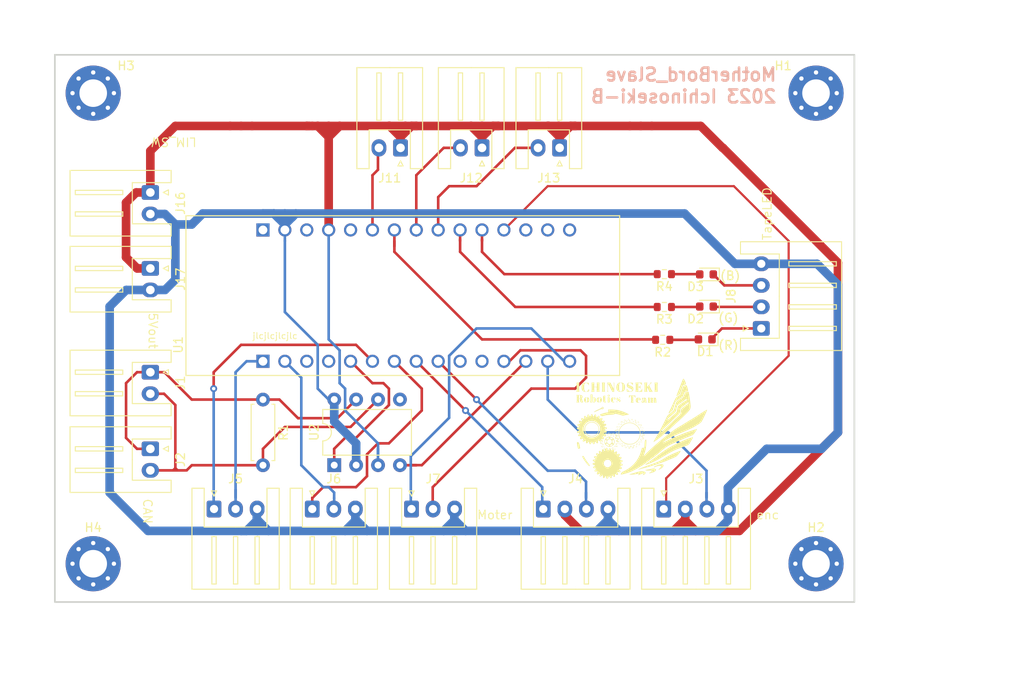
<source format=kicad_pcb>
(kicad_pcb (version 20221018) (generator pcbnew)
  (layers (0 "F.Cu" signal) (31 "B.Cu" signal) (34 "B.Paste" user) (35 "F.Paste" user) (36 "B.SilkS" user "B.Silkscreen") (37 "F.SilkS" user "F.Silkscreen") (38 "B.Mask" user) (39 "F.Mask" user) (44 "Edge.Cuts" user))
  (net 0 "")
  (net 1 "PWM_1")
  (net 2 "PWM_2")
  (net 3 "CAN_td")
  (net 4 "Dir_1")
  (net 5 "Dir_2")
  (net 6 "enc_1_a")
  (net 7 "enc_1_b")
  (net 8 "enc_2_a")
  (net 9 "PWM_3")
  (net 10 "CAN_rd")
  (net 11 "enc_2_b")
  (net 12 "Dir_3")
  (net 13 "LED_B")
  (net 14 "LED_G")
  (net 15 "LIM_SW5")
  (net 16 "LIM_SW4")
  (net 17 "LED_R")
  (net 18 "LIM_SW3")
  (net 19 "+5V")
  (net 20 "GND")
  (net 22 "Net-(J1-Pin_2)")
  (net 23 "Net-(J1-Pin_1)")
  (net 24 "Net-(D1-K)")
  (net 25 "Net-(D1-A)")
  (net 26 "Net-(D2-K)")
  (net 27 "Net-(D2-A)")
  (net 28 "Net-(D3-K)")
  (net 29 "Net-(D3-A)")
  (footprint "MountingHole:MountingHole_3.2mm_M3_Pad_Via" (layer "F.Cu") (at 111.125 65.405)
    (fp_text reference "H3" (at 3.81 -3.175) (layer "F.SilkS"))
    (fp_text value "MountingHole")
    (pad "1" thru_hole circle (at -2.4 0) (size 0.8 0.8) (drill 0.5) (layers "*.Cu" "*.Mask"))
    (pad "1" thru_hole circle (at -1.697056 -1.697056) (size 0.8 0.8) (drill 0.5) (layers "*.Cu" "*.Mask"))
    (pad "1" thru_hole circle (at -1.697056 1.697056) (size 0.8 0.8) (drill 0.5) (layers "*.Cu" "*.Mask"))
    (pad "1" thru_hole circle (at 0 -2.4) (size 0.8 0.8) (drill 0.5) (layers "*.Cu" "*.Mask"))
    (pad "1" thru_hole circle (at 0 0) (size 6.4 6.4) (drill 3.2) (layers "*.Cu" "*.Mask"))
    (pad "1" thru_hole circle (at 0 2.4) (size 0.8 0.8) (drill 0.5) (layers "*.Cu" "*.Mask"))
    (pad "1" thru_hole circle (at 1.697056 -1.697056) (size 0.8 0.8) (drill 0.5) (layers "*.Cu" "*.Mask"))
    (pad "1" thru_hole circle (at 1.697056 1.697056) (size 0.8 0.8) (drill 0.5) (layers "*.Cu" "*.Mask"))
    (pad "1" thru_hole circle (at 2.4 0) (size 0.8 0.8) (drill 0.5) (layers "*.Cu" "*.Mask"))
  )
  (footprint "MyFootprint:MODULE_NUCLEO-L432KC" (layer "F.Cu") (at 147.025 88.9 90)
    (fp_text reference "U1" (at -5.715 -26.035 90) (layer "F.SilkS"))
    (fp_text value "mbed_Nucleo-L432KC")
    (pad "1" thru_hole rect (at -7.62 -16.215 90) (size 1.53 1.53) (drill 1.02) (layers "*.Cu" "*.Mask") (net 1 "PWM_1"))
    (pad "2" thru_hole circle (at -7.62 -13.675 90) (size 1.53 1.53) (drill 1.02) (layers "*.Cu" "*.Mask") (net 2 "PWM_2"))
    (pad "3" thru_hole circle (at -7.62 -11.135 90) (size 1.53 1.53) (drill 1.02) (layers "*.Cu" "*.Mask"))
    (pad "4" thru_hole circle (at -7.62 -8.595 90) (size 1.53 1.53) (drill 1.02) (layers "*.Cu" "*.Mask"))
    (pad "5" thru_hole circle (at -7.62 -6.055 90) (size 1.53 1.53) (drill 1.02) (layers "*.Cu" "*.Mask") (net 3 "CAN_td"))
    (pad "6" thru_hole circle (at -7.62 -3.515 90) (size 1.53 1.53) (drill 1.02) (layers "*.Cu" "*.Mask") (net 4 "Dir_1"))
    (pad "7" thru_hole circle (at -7.62 -0.975 90) (size 1.53 1.53) (drill 1.02) (layers "*.Cu" "*.Mask") (net 5 "Dir_2"))
    (pad "8" thru_hole circle (at -7.62 1.565 90) (size 1.53 1.53) (drill 1.02) (layers "*.Cu" "*.Mask") (net 6 "enc_1_a"))
    (pad "9" thru_hole circle (at -7.62 4.105 90) (size 1.53 1.53) (drill 1.02) (layers "*.Cu" "*.Mask") (net 7 "enc_1_b"))
    (pad "10" thru_hole circle (at -7.62 6.645 90) (size 1.53 1.53) (drill 1.02) (layers "*.Cu" "*.Mask"))
    (pad "11" thru_hole circle (at -7.62 9.185 90) (size 1.53 1.53) (drill 1.02) (layers "*.Cu" "*.Mask"))
    (pad "12" thru_hole circle (at -7.62 11.725 90) (size 1.53 1.53) (drill 1.02) (layers "*.Cu" "*.Mask") (net 9 "PWM_3"))
    (pad "13" thru_hole circle (at -7.62 14.265 90) (size 1.53 1.53) (drill 1.02) (layers "*.Cu" "*.Mask") (net 10 "CAN_rd"))
    (pad "14" thru_hole circle (at -7.62 16.805 90) (size 1.53 1.53) (drill 1.02) (layers "*.Cu" "*.Mask") (net 11 "enc_2_b"))
    (pad "15" thru_hole circle (at -7.62 19.345 90) (size 1.53 1.53) (drill 1.02) (layers "*.Cu" "*.Mask") (net 12 "Dir_3"))
    (pad "16" thru_hole circle (at 7.62 19.345 90) (size 1.53 1.53) (drill 1.02) (layers "*.Cu" "*.Mask"))
    (pad "17" thru_hole circle (at 7.62 16.805 90) (size 1.53 1.53) (drill 1.02) (layers "*.Cu" "*.Mask"))
    (pad "18" thru_hole circle (at 7.62 14.265 90) (size 1.53 1.53) (drill 1.02) (layers "*.Cu" "*.Mask"))
    (pad "19" thru_hole circle (at 7.62 11.725 90) (size 1.53 1.53) (drill 1.02) (layers "*.Cu" "*.Mask") (net 8 "enc_2_a"))
    (pad "20" thru_hole circle (at 7.62 9.185 90) (size 1.53 1.53) (drill 1.02) (layers "*.Cu" "*.Mask") (net 13 "LED_B"))
    (pad "21" thru_hole circle (at 7.62 6.645 90) (size 1.53 1.53) (drill 1.02) (layers "*.Cu" "*.Mask") (net 14 "LED_G"))
    (pad "22" thru_hole circle (at 7.62 4.105 90) (size 1.53 1.53) (drill 1.02) (layers "*.Cu" "*.Mask") (net 15 "LIM_SW5"))
    (pad "23" thru_hole circle (at 7.62 1.565 90) (size 1.53 1.53) (drill 1.02) (layers "*.Cu" "*.Mask") (net 16 "LIM_SW4"))
    (pad "24" thru_hole circle (at 7.62 -0.975 90) (size 1.53 1.53) (drill 1.02) (layers "*.Cu" "*.Mask") (net 17 "LED_R"))
    (pad "25" thru_hole circle (at 7.62 -3.515 90) (size 1.53 1.53) (drill 1.02) (layers "*.Cu" "*.Mask") (net 18 "LIM_SW3"))
    (pad "26" thru_hole circle (at 7.62 -6.055 90) (size 1.53 1.53) (drill 1.02) (layers "*.Cu" "*.Mask"))
    (pad "27" thru_hole circle (at 7.62 -8.595 90) (size 1.53 1.53) (drill 1.02) (layers "*.Cu" "*.Mask") (net 19 "+5V"))
    (pad "28" thru_hole circle (at 7.62 -11.135 90) (size 1.53 1.53) (drill 1.02) (layers "*.Cu" "*.Mask"))
    (pad "29" thru_hole circle (at 7.62 -13.675 90) (size 1.53 1.53) (drill 1.02) (layers "*.Cu" "*.Mask") (net 20 "GND"))
    (pad "30" thru_hole rect (at 7.62 -16.215 90) (size 1.53 1.53) (drill 1.02) (layers "*.Cu" "*.Mask"))
  )
  (footprint "Resistor_SMD:R_0603_1608Metric" (layer "F.Cu") (at 177.355 86.41 180)
    (fp_text reference "R4" (at 0 -1.43) (layer "F.SilkS"))
    (fp_text value "R")
    (pad "1" smd roundrect (at -0.825 0 180) (size 0.8 0.95) (layers "F.Cu" "F.Paste" "F.Mask") (net 29 "Net-(D3-A)"))
    (pad "2" smd roundrect (at 0.825 0 180) (size 0.8 0.95) (layers "F.Cu" "F.Paste" "F.Mask") (net 13 "LED_B"))
  )
  (footprint "Connector_JST:JST_XH_S2B-XH-A_1x02_P2.50mm_Horizontal" (layer "F.Cu") (at 117.75 97.79 -90)
    (fp_text reference "J1" (at 1.25 -3.5 90) (layer "F.SilkS"))
    (fp_text value "Conn_01x02_Pin")
    (pad "1" thru_hole roundrect (at 0 0 270) (size 1.7 2) (drill 1) (layers "*.Cu" "*.Mask") (roundrect_rratio 0.1470588235) (net 23 "Net-(J1-Pin_1)"))
    (pad "2" thru_hole oval (at 2.5 0 270) (size 1.7 2) (drill 1) (layers "*.Cu" "*.Mask") (net 22 "Net-(J1-Pin_2)"))
  )
  (footprint "Connector_JST:JST_XH_S4B-XH-A_1x04_P2.50mm_Horizontal" (layer "F.Cu") (at 177.285 113.665)
    (fp_text reference "J3" (at 3.75 -3.5) (layer "F.SilkS"))
    (fp_text value "Conn_01x04_Pin")
    (pad "1" thru_hole roundrect (at 0 0) (size 1.7 1.95) (drill 0.95) (layers "*.Cu" "*.Mask") (roundrect_rratio 0.1470588235) (net 8 "enc_2_a"))
    (pad "2" thru_hole oval (at 2.5 0) (size 1.7 1.95) (drill 0.95) (layers "*.Cu" "*.Mask") (net 19 "+5V"))
    (pad "3" thru_hole oval (at 5 0) (size 1.7 1.95) (drill 0.95) (layers "*.Cu" "*.Mask") (net 11 "enc_2_b"))
    (pad "4" thru_hole oval (at 7.5 0) (size 1.7 1.95) (drill 0.95) (layers "*.Cu" "*.Mask") (net 20 "GND"))
  )
  (footprint "Connector_JST:JST_XH_S2B-XH-A_1x02_P2.50mm_Horizontal" (layer "F.Cu") (at 117.75 85.745 -90)
    (fp_text reference "J17" (at 1.25 -3.5 90) (layer "F.SilkS"))
    (fp_text value "Conn_01x02_Pin")
    (pad "1" thru_hole roundrect (at 0 0 270) (size 1.7 2) (drill 1) (layers "*.Cu" "*.Mask") (roundrect_rratio 0.1470588235) (net 19 "+5V"))
    (pad "2" thru_hole oval (at 2.5 0 270) (size 1.7 2) (drill 1) (layers "*.Cu" "*.Mask") (net 20 "GND"))
  )
  (footprint "Connector_JST:JST_XH_S3B-XH-A_1x03_P2.50mm_Horizontal" (layer "F.Cu") (at 136.525 113.665)
    (fp_text reference "J6" (at 2.5 -3.5) (layer "F.SilkS"))
    (fp_text value "Conn_01x03_Pin")
    (pad "1" thru_hole roundrect (at 0 0) (size 1.7 1.95) (drill 0.95) (layers "*.Cu" "*.Mask") (roundrect_rratio 0.1470588235) (net 5 "Dir_2"))
    (pad "2" thru_hole oval (at 2.5 0) (size 1.7 1.95) (drill 0.95) (layers "*.Cu" "*.Mask") (net 2 "PWM_2"))
    (pad "3" thru_hole oval (at 5 0) (size 1.7 1.95) (drill 0.95) (layers "*.Cu" "*.Mask") (net 20 "GND"))
  )
  (footprint "Package_DIP:DIP-8_W7.62mm" (layer "F.Cu") (at 139.075 108.575 90)
    (fp_text reference "U2" (at 3.81 -2.33 90) (layer "F.SilkS"))
    (fp_text value "MCP2561-E-P")
    (pad "1" thru_hole rect (at 0 0 90) (size 1.6 1.6) (drill 0.8) (layers "*.Cu" "*.Mask") (net 3 "CAN_td"))
    (pad "2" thru_hole oval (at 0 2.54 90) (size 1.6 1.6) (drill 0.8) (layers "*.Cu" "*.Mask") (net 20 "GND"))
    (pad "3" thru_hole oval (at 0 5.08 90) (size 1.6 1.6) (drill 0.8) (layers "*.Cu" "*.Mask") (net 19 "+5V"))
    (pad "4" thru_hole oval (at 0 7.62 90) (size 1.6 1.6) (drill 0.8) (layers "*.Cu" "*.Mask") (net 10 "CAN_rd"))
    (pad "5" thru_hole oval (at 7.62 7.62 90) (size 1.6 1.6) (drill 0.8) (layers "*.Cu" "*.Mask"))
    (pad "6" thru_hole oval (at 7.62 5.08 90) (size 1.6 1.6) (drill 0.8) (layers "*.Cu" "*.Mask") (net 22 "Net-(J1-Pin_2)"))
    (pad "7" thru_hole oval (at 7.62 2.54 90) (size 1.6 1.6) (drill 0.8) (layers "*.Cu" "*.Mask") (net 23 "Net-(J1-Pin_1)"))
    (pad "8" thru_hole oval (at 7.62 0 90) (size 1.6 1.6) (drill 0.8) (layers "*.Cu" "*.Mask") (net 20 "GND"))
  )
  (footprint "MyFootprint:INCT" (layer "F.Cu") (at 173.99 103.505)
    (fp_text reference "J8" hide)
    (fp_text value "Logo" hide)
  )
  (footprint "Connector_JST:JST_XH_S2B-XH-A_1x02_P2.50mm_Horizontal" (layer "F.Cu") (at 117.75 76.93 -90)
    (fp_text reference "J16" (at 1.25 -3.5 90) (layer "F.SilkS"))
    (fp_text value "Conn_01x02_Pin")
    (pad "1" thru_hole roundrect (at 0 0 270) (size 1.7 2) (drill 1) (layers "*.Cu" "*.Mask") (roundrect_rratio 0.1470588235) (net 19 "+5V"))
    (pad "2" thru_hole oval (at 2.5 0 270) (size 1.7 2) (drill 1) (layers "*.Cu" "*.Mask") (net 20 "GND"))
  )
  (footprint "LED_SMD:LED_0603_1608Metric" (layer "F.Cu") (at 182.0925 93.98 180)
    (fp_text reference "D1" (at 0 -1.43) (layer "F.SilkS"))
    (fp_text value "LED")
    (pad "1" smd roundrect (at -0.7875 0 180) (size 0.875 0.95) (layers "F.Cu" "F.Paste" "F.Mask") (net 24 "Net-(D1-K)"))
    (pad "2" smd roundrect (at 0.7875 0 180) (size 0.875 0.95) (layers "F.Cu" "F.Paste" "F.Mask") (net 25 "Net-(D1-A)"))
  )
  (footprint "Connector_JST:JST_XH_S3B-XH-A_1x03_P2.50mm_Horizontal" (layer "F.Cu") (at 125.135 113.665)
    (fp_text reference "J5" (at 2.5 -3.5) (layer "F.SilkS"))
    (fp_text value "Conn_01x03_Pin")
    (pad "1" thru_hole roundrect (at 0 0) (size 1.7 1.95) (drill 0.95) (layers "*.Cu" "*.Mask") (roundrect_rratio 0.1470588235) (net 4 "Dir_1"))
    (pad "2" thru_hole oval (at 2.5 0) (size 1.7 1.95) (drill 0.95) (layers "*.Cu" "*.Mask") (net 1 "PWM_1"))
    (pad "3" thru_hole oval (at 5 0) (size 1.7 1.95) (drill 0.95) (layers "*.Cu" "*.Mask") (net 20 "GND"))
  )
  (footprint "LED_SMD:LED_0603_1608Metric" (layer "F.Cu") (at 182.245 86.44 180)
    (fp_text reference "D3" (at 1.27 -1.43) (layer "F.SilkS"))
    (fp_text value "LED")
    (pad "1" smd roundrect (at -0.7875 0 180) (size 0.875 0.95) (layers "F.Cu" "F.Paste" "F.Mask") (net 28 "Net-(D3-K)"))
    (pad "2" smd roundrect (at 0.7875 0 180) (size 0.875 0.95) (layers "F.Cu" "F.Paste" "F.Mask") (net 29 "Net-(D3-A)"))
  )
  (footprint "Connector_JST:JST_XH_S2B-XH-A_1x02_P2.50mm_Horizontal" (layer "F.Cu") (at 156.21 71.755 180)
    (fp_text reference "J12" (at 1.25 -3.5) (layer "F.SilkS"))
    (fp_text value "Conn_01x02_Pin")
    (pad "1" thru_hole roundrect (at 0 0 180) (size 1.7 2) (drill 1) (layers "*.Cu" "*.Mask") (roundrect_rratio 0.1470588235) (net 19 "+5V"))
    (pad "2" thru_hole oval (at 2.5 0 180) (size 1.7 2) (drill 1) (layers "*.Cu" "*.Mask") (net 16 "LIM_SW4"))
  )
  (footprint "MountingHole:MountingHole_3.2mm_M3_Pad_Via" (layer "F.Cu") (at 194.945 65.405)
    (fp_text reference "H1" (at -3.81 -3.175) (layer "F.SilkS"))
    (fp_text value "MountingHole")
    (pad "1" thru_hole circle (at -2.4 0) (size 0.8 0.8) (drill 0.5) (layers "*.Cu" "*.Mask"))
    (pad "1" thru_hole circle (at -1.697056 -1.697056) (size 0.8 0.8) (drill 0.5) (layers "*.Cu" "*.Mask"))
    (pad "1" thru_hole circle (at -1.697056 1.697056) (size 0.8 0.8) (drill 0.5) (layers "*.Cu" "*.Mask"))
    (pad "1" thru_hole circle (at 0 -2.4) (size 0.8 0.8) (drill 0.5) (layers "*.Cu" "*.Mask"))
    (pad "1" thru_hole circle (at 0 0) (size 6.4 6.4) (drill 3.2) (layers "*.Cu" "*.Mask"))
    (pad "1" thru_hole circle (at 0 2.4) (size 0.8 0.8) (drill 0.5) (layers "*.Cu" "*.Mask"))
    (pad "1" thru_hole circle (at 1.697056 -1.697056) (size 0.8 0.8) (drill 0.5) (layers "*.Cu" "*.Mask"))
    (pad "1" thru_hole circle (at 1.697056 1.697056) (size 0.8 0.8) (drill 0.5) (layers "*.Cu" "*.Mask"))
    (pad "1" thru_hole circle (at 2.4 0) (size 0.8 0.8) (drill 0.5) (layers "*.Cu" "*.Mask"))
  )
  (footprint "MountingHole:MountingHole_3.2mm_M3_Pad_Via" (layer "F.Cu") (at 111.125 120.015)
    (fp_text reference "H4" (at 0 -4.2) (layer "F.SilkS"))
    (fp_text value "MountingHole")
    (pad "1" thru_hole circle (at -2.4 0) (size 0.8 0.8) (drill 0.5) (layers "*.Cu" "*.Mask"))
    (pad "1" thru_hole circle (at -1.697056 -1.697056) (size 0.8 0.8) (drill 0.5) (layers "*.Cu" "*.Mask"))
    (pad "1" thru_hole circle (at -1.697056 1.697056) (size 0.8 0.8) (drill 0.5) (layers "*.Cu" "*.Mask"))
    (pad "1" thru_hole circle (at 0 -2.4) (size 0.8 0.8) (drill 0.5) (layers "*.Cu" "*.Mask"))
    (pad "1" thru_hole circle (at 0 0) (size 6.4 6.4) (drill 3.2) (layers "*.Cu" "*.Mask"))
    (pad "1" thru_hole circle (at 0 2.4) (size 0.8 0.8) (drill 0.5) (layers "*.Cu" "*.Mask"))
    (pad "1" thru_hole circle (at 1.697056 -1.697056) (size 0.8 0.8) (drill 0.5) (layers "*.Cu" "*.Mask"))
    (pad "1" thru_hole circle (at 1.697056 1.697056) (size 0.8 0.8) (drill 0.5) (layers "*.Cu" "*.Mask"))
    (pad "1" thru_hole circle (at 2.4 0) (size 0.8 0.8) (drill 0.5) (layers "*.Cu" "*.Mask"))
  )
  (footprint "Connector_JST:JST_XH_S2B-XH-A_1x02_P2.50mm_Horizontal" (layer "F.Cu") (at 165.21 71.755 180)
    (fp_text reference "J13" (at 1.25 -3.5) (layer "F.SilkS"))
    (fp_text value "Conn_01x02_Pin")
    (pad "1" thru_hole roundrect (at 0 0 180) (size 1.7 2) (drill 1) (layers "*.Cu" "*.Mask") (roundrect_rratio 0.1470588235) (net 19 "+5V"))
    (pad "2" thru_hole oval (at 2.5 0 180) (size 1.7 2) (drill 1) (layers "*.Cu" "*.Mask") (net 15 "LIM_SW5"))
  )
  (footprint "Resistor_THT:R_Axial_DIN0207_L6.3mm_D2.5mm_P7.62mm_Horizontal" (layer "F.Cu") (at 130.81 100.965 -90)
    (fp_text reference "R1" (at 3.81 -2.37 90) (layer "F.SilkS"))
    (fp_text value "R")
    (pad "1" thru_hole circle (at 0 0 270) (size 1.6 1.6) (drill 0.8) (layers "*.Cu" "*.Mask") (net 23 "Net-(J1-Pin_1)"))
    (pad "2" thru_hole oval (at 7.62 0 270) (size 1.6 1.6) (drill 0.8) (layers "*.Cu" "*.Mask") (net 22 "Net-(J1-Pin_2)"))
  )
  (footprint "Resistor_SMD:R_0603_1608Metric" (layer "F.Cu") (at 177.355 90.22 180)
    (fp_text reference "R3" (at 0 -1.43) (layer "F.SilkS"))
    (fp_text value "R")
    (pad "1" smd roundrect (at -0.825 0 180) (size 0.8 0.95) (layers "F.Cu" "F.Paste" "F.Mask") (net 27 "Net-(D2-A)"))
    (pad "2" smd roundrect (at 0.825 0 180) (size 0.8 0.95) (layers "F.Cu" "F.Paste" "F.Mask") (net 14 "LED_G"))
  )
  (footprint "LED_SMD:LED_0603_1608Metric" (layer "F.Cu") (at 182.245 90.17 180)
    (fp_text reference "D2" (at 1.27 -1.43) (layer "F.SilkS"))
    (fp_text value "LED")
    (pad "1" smd roundrect (at -0.7875 0 180) (size 0.875 0.95) (layers "F.Cu" "F.Paste" "F.Mask") (net 26 "Net-(D2-K)"))
    (pad "2" smd roundrect (at 0.7875 0 180) (size 0.875 0.95) (layers "F.Cu" "F.Paste" "F.Mask") (net 27 "Net-(D2-A)"))
  )
  (footprint "Connector_JST:JST_XH_S4B-XH-A_1x04_P2.50mm_Horizontal" (layer "F.Cu") (at 188.595 92.71 90)
    (fp_text reference "J8" (at 3.75 -3.5 90) (layer "F.SilkS"))
    (fp_text value "Conn_01x04_Pin")
    (pad "1" thru_hole roundrect (at 0 0 90) (size 1.7 1.95) (drill 0.95) (layers "*.Cu" "*.Mask") (roundrect_rratio 0.1470588235) (net 24 "Net-(D1-K)"))
    (pad "2" thru_hole oval (at 2.5 0 90) (size 1.7 1.95) (drill 0.95) (layers "*.Cu" "*.Mask") (net 26 "Net-(D2-K)"))
    (pad "3" thru_hole oval (at 5 0 90) (size 1.7 1.95) (drill 0.95) (layers "*.Cu" "*.Mask") (net 28 "Net-(D3-K)"))
    (pad "4" thru_hole oval (at 7.5 0 90) (size 1.7 1.95) (drill 0.95) (layers "*.Cu" "*.Mask") (net 20 "GND"))
  )
  (footprint "MountingHole:MountingHole_3.2mm_M3_Pad_Via" (layer "F.Cu") (at 194.945 120.015)
    (fp_text reference "H2" (at 0 -4.2) (layer "F.SilkS"))
    (fp_text value "MountingHole")
    (pad "1" thru_hole circle (at -2.4 0) (size 0.8 0.8) (drill 0.5) (layers "*.Cu" "*.Mask"))
    (pad "1" thru_hole circle (at -1.697056 -1.697056) (size 0.8 0.8) (drill 0.5) (layers "*.Cu" "*.Mask"))
    (pad "1" thru_hole circle (at -1.697056 1.697056) (size 0.8 0.8) (drill 0.5) (layers "*.Cu" "*.Mask"))
    (pad "1" thru_hole circle (at 0 -2.4) (size 0.8 0.8) (drill 0.5) (layers "*.Cu" "*.Mask"))
    (pad "1" thru_hole circle (at 0 0) (size 6.4 6.4) (drill 3.2) (layers "*.Cu" "*.Mask"))
    (pad "1" thru_hole circle (at 0 2.4) (size 0.8 0.8) (drill 0.5) (layers "*.Cu" "*.Mask"))
    (pad "1" thru_hole circle (at 1.697056 -1.697056) (size 0.8 0.8) (drill 0.5) (layers "*.Cu" "*.Mask"))
    (pad "1" thru_hole circle (at 1.697056 1.697056) (size 0.8 0.8) (drill 0.5) (layers "*.Cu" "*.Mask"))
    (pad "1" thru_hole circle (at 2.4 0) (size 0.8 0.8) (drill 0.5) (layers "*.Cu" "*.Mask"))
  )
  (footprint "Connector_JST:JST_XH_S4B-XH-A_1x04_P2.50mm_Horizontal" (layer "F.Cu") (at 163.315 113.665)
    (fp_text reference "J4" (at 3.75 -3.5) (layer "F.SilkS"))
    (fp_text value "Conn_01x04_Pin")
    (pad "1" thru_hole roundrect (at 0 0) (size 1.7 1.95) (drill 0.95) (layers "*.Cu" "*.Mask") (roundrect_rratio 0.1470588235) (net 6 "enc_1_a"))
    (pad "2" thru_hole oval (at 2.5 0) (size 1.7 1.95) (drill 0.95) (layers "*.Cu" "*.Mask") (net 19 "+5V"))
    (pad "3" thru_hole oval (at 5 0) (size 1.7 1.95) (drill 0.95) (layers "*.Cu" "*.Mask") (net 7 "enc_1_b"))
    (pad "4" thru_hole oval (at 7.5 0) (size 1.7 1.95) (drill 0.95) (layers "*.Cu" "*.Mask") (net 20 "GND"))
  )
  (footprint "Connector_JST:JST_XH_S2B-XH-A_1x02_P2.50mm_Horizontal" (layer "F.Cu") (at 146.76 71.755 180)
    (fp_text reference "J11" (at 1.25 -3.5) (layer "F.SilkS"))
    (fp_text value "Conn_01x02_Pin")
    (pad "1" thru_hole roundrect (at 0 0 180) (size 1.7 2) (drill 1) (layers "*.Cu" "*.Mask") (roundrect_rratio 0.1470588235) (net 19 "+5V"))
    (pad "2" thru_hole oval (at 2.5 0 180) (size 1.7 2) (drill 1) (layers "*.Cu" "*.Mask") (net 18 "LIM_SW3"))
  )
  (footprint "Resistor_SMD:R_0603_1608Metric" (layer "F.Cu") (at 177.165 94.03 180)
    (fp_text reference "R2" (at 0 -1.43) (layer "F.SilkS"))
    (fp_text value "R")
    (pad "1" smd roundrect (at -0.825 0 180) (size 0.8 0.95) (layers "F.Cu" "F.Paste" "F.Mask") (net 25 "Net-(D1-A)"))
    (pad "2" smd roundrect (at 0.825 0 180) (size 0.8 0.95) (layers "F.Cu" "F.Paste" "F.Mask") (net 17 "LED_R"))
  )
  (footprint "Connector_JST:JST_XH_S3B-XH-A_1x03_P2.50mm_Horizontal" (layer "F.Cu") (at 148.035 113.665)
    (fp_text reference "J7" (at 2.5 -3.5) (layer "F.SilkS"))
    (fp_text value "Conn_01x03_Pin")
    (pad "1" thru_hole roundrect (at 0 0) (size 1.7 1.95) (drill 0.95) (layers "*.Cu" "*.Mask") (roundrect_rratio 0.1470588235) (net 12 "Dir_3"))
    (pad "2" thru_hole oval (at 2.5 0) (size 1.7 1.95) (drill 0.95) (layers "*.Cu" "*.Mask") (net 9 "PWM_3"))
    (pad "3" thru_hole oval (at 5 0) (size 1.7 1.95) (drill 0.95) (layers "*.Cu" "*.Mask") (net 20 "GND"))
  )
  (footprint "Connector_JST:JST_XH_S2B-XH-A_1x02_P2.50mm_Horizontal" (layer "F.Cu") (at 117.75 106.68 -90)
    (fp_text reference "J2" (at 1.25 -3.5 90) (layer "F.SilkS"))
    (fp_text value "Conn_01x02_Pin")
    (pad "1" thru_hole roundrect (at 0 0 270) (size 1.7 2) (drill 1) (layers "*.Cu" "*.Mask") (roundrect_rratio 0.1470588235) (net 23 "Net-(J1-Pin_1)"))
    (pad "2" thru_hole oval (at 2.5 0 270) (size 1.7 2) (drill 1) (layers "*.Cu" "*.Mask") (net 22 "Net-(J1-Pin_2)"))
  )
  (gr_rect (start 106.68 60.96) (end 199.39 124.46) (stroke (width 0.2)) (fill none) (layer "Edge.Cuts"))
  (gr_text "MotherBord_Slave" (at 190.5 64.135) (layer "B.SilkS") (effects (font (size 1.5 1.5) (thickness 0.3) bold) (justify left bottom mirror)))
  (gr_text "2023 Ichinoseki-B" (at 190.5 66.675) (layer "B.SilkS") (effects (font (size 1.5 1.5) (thickness 0.3) bold) (justify left bottom mirror)))
  (gr_text "(G)" (at 183.515 92.075) (layer "F.SilkS") (effects (font (size 1 1)) (justify left bottom)))
  (gr_text "TapeLED" (at 189.865 82.55 90) (layer "F.SilkS") (effects (font (size 1 1) (thickness 0.125)) (justify left bottom)))
  (gr_text "Moter" (at 155.575 114.935) (layer "F.SilkS") (effects (font (size 1 1) (thickness 0.125)) (justify left bottom)))
  (gr_text "enc" (at 187.96 114.935) (layer "F.SilkS") (effects (font (size 1 1) (thickness 0.125)) (justify left bottom)))
  (gr_text "(R)" (at 183.515 95.25) (layer "F.SilkS") (effects (font (size 1 1)) (justify left bottom)))
  (gr_text "jlcjlcjlcjlc" (at 129.54 93.98) (layer "F.SilkS") (effects (font (size 0.7 0.7) (thickness 0.1)) (justify left bottom)))
  (gr_text "5Vout" (at 117.475 90.805 270) (layer "F.SilkS") (effects (font (size 1 1) (thickness 0.125)) (justify left bottom)))
  (gr_text "LIM_SW" (at 123.19 70.485 180) (layer "F.SilkS") (effects (font (size 1 1) (thickness 0.125)) (justify left bottom)))
  (gr_text "CAN" (at 116.84 112.395 270) (layer "F.SilkS") (effects (font (size 1 1) (thickness 0.125)) (justify left bottom)))
  (gr_text "(B)" (at 183.73 87.175) (layer "F.SilkS") (effects (font (size 1 1)) (justify left bottom)))
  (segment (start 127.635 97.79) (end 127.635 112.34) (width 0.3) (layer "B.Cu") (net 1))
  (segment (start 130.81 96.52) (end 128.905 96.52) (width 0.3) (layer "B.Cu") (net 1))
  (segment (start 128.905 96.52) (end 127.635 97.79) (width 0.3) (layer "B.Cu") (net 1))
  (segment (start 127.635 111.4425) (end 127.635 113.3475) (width 0.3) (layer "B.Cu") (net 1))
  (segment (start 135.255 108.585) (end 137.795 111.125) (width 0.3) (layer "B.Cu") (net 2))
  (segment (start 139.065 112.395) (end 139.065 113.03) (width 0.3) (layer "B.Cu") (net 2))
  (segment (start 133.35 96.52) (end 135.255 98.425) (width 0.3) (layer "B.Cu") (net 2))
  (segment (start 138.43 111.125) (end 139.065 111.76) (width 0.3) (layer "B.Cu") (net 2))
  (segment (start 139.065 111.76) (end 139.065 112.395) (width 0.3) (layer "B.Cu") (net 2))
  (segment (start 137.795 111.125) (end 138.43 111.125) (width 0.3) (layer "B.Cu") (net 2))
  (segment (start 135.255 98.425) (end 135.255 108.585) (width 0.3) (layer "B.Cu") (net 2))
  (segment (start 140.97 96.52) (end 143.51 99.06) (width 0.3) (layer "F.Cu") (net 3))
  (segment (start 139.075 107.325) (end 139.075 108.575) (width 0.3) (layer "F.Cu") (net 3))
  (segment (start 141.605 105.41) (end 140.335 105.41) (width 0.3) (layer "F.Cu") (net 3))
  (segment (start 145.415 101.6) (end 141.605 105.41) (width 0.3) (layer "F.Cu") (net 3))
  (segment (start 144.78 99.06) (end 145.415 99.695) (width 0.3) (layer "F.Cu") (net 3))
  (segment (start 143.51 99.06) (end 144.78 99.06) (width 0.3) (layer "F.Cu") (net 3))
  (segment (start 139.065 107.315) (end 139.075 107.325) (width 0.3) (layer "F.Cu") (net 3))
  (segment (start 139.065 106.68) (end 139.065 107.315) (width 0.3) (layer "F.Cu") (net 3))
  (segment (start 145.415 99.695) (end 145.415 101.6) (width 0.3) (layer "F.Cu") (net 3))
  (segment (start 140.335 105.41) (end 139.065 106.68) (width 0.3) (layer "F.Cu") (net 3))
  (segment (start 128.27 94.615) (end 125.095 97.79) (width 0.3) (layer "F.Cu") (net 4))
  (segment (start 125.095 97.79) (end 125.095 99.695) (width 0.3) (layer "F.Cu") (net 4))
  (segment (start 141.605 94.615) (end 128.27 94.615) (width 0.3) (layer "F.Cu") (net 4))
  (segment (start 143.51 96.52) (end 141.605 94.615) (width 0.3) (layer "F.Cu") (net 4))
  (via (at 125.095 99.695) (size 0.8) (drill 0.4) (layers "F.Cu" "B.Cu") (net 4))
  (segment (start 125.095 99.695) (end 125.095 112.34) (width 0.3) (layer "B.Cu") (net 4))
  (segment (start 125.095 112.395) (end 125.095 113.03) (width 0.3) (layer "B.Cu") (net 4))
  (segment (start 136.58 112.34) (end 137.795 111.125) (width 0.3) (layer "F.Cu") (net 5))
  (segment (start 137.795 111.125) (end 141.605 111.125) (width 0.3) (layer "F.Cu") (net 5))
  (segment (start 149.225 99.695) (end 146.05 96.52) (width 0.3) (layer "F.Cu") (net 5))
  (segment (start 136.525 112.34) (end 136.58 112.34) (width 0.3) (layer "F.Cu") (net 5))
  (segment (start 136.525 112.395) (end 136.525 113.03) (width 0.3) (layer "F.Cu") (net 5))
  (segment (start 145.415 106.045) (end 149.225 102.235) (width 0.3) (layer "F.Cu") (net 5))
  (segment (start 142.875 107.315) (end 144.145 106.045) (width 0.3) (layer "F.Cu") (net 5))
  (segment (start 141.605 111.125) (end 142.875 109.855) (width 0.3) (layer "F.Cu") (net 5))
  (segment (start 144.145 106.045) (end 145.415 106.045) (width 0.3) (layer "F.Cu") (net 5))
  (segment (start 149.225 102.235) (end 149.225 99.695) (width 0.3) (layer "F.Cu") (net 5))
  (segment (start 142.875 109.855) (end 142.875 107.315) (width 0.3) (layer "F.Cu") (net 5))
  (segment (start 148.59 96.52) (end 154.305 102.235) (width 0.3) (layer "F.Cu") (net 6))
  (via (at 154.305 102.235) (size 0.8) (drill 0.4) (layers "F.Cu" "B.Cu") (net 6))
  (segment (start 154.305 102.235) (end 163.195 111.125) (width 0.3) (layer "B.Cu") (net 6))
  (segment (start 163.195 113.545) (end 163.315 113.665) (width 0.3) (layer "B.Cu") (net 6))
  (segment (start 163.195 111.125) (end 163.195 113.545) (width 0.3) (layer "B.Cu") (net 6))
  (segment (start 151.13 96.52) (end 155.575 100.965) (width 0.3) (layer "F.Cu") (net 7))
  (via (at 155.575 100.965) (size 0.8) (drill 0.4) (layers "F.Cu" "B.Cu") (net 7))
  (segment (start 155.575 100.965) (end 163.83 109.22) (width 0.3) (layer "B.Cu") (net 7))
  (segment (start 163.83 109.22) (end 167.005 109.22) (width 0.3) (layer "B.Cu") (net 7))
  (segment (start 168.275 111.76) (end 168.275 113.03) (width 0.3) (layer "B.Cu") (net 7))
  (segment (start 167.005 109.22) (end 168.275 110.49) (width 0.3) (layer "B.Cu") (net 7))
  (segment (start 168.275 110.49) (end 168.275 112.34) (width 0.3) (layer "B.Cu") (net 7))
  (segment (start 191.77 82.55) (end 191.77 95.885) (width 0.25) (layer "F.Cu") (net 8))
  (segment (start 177.566726 112.84) (end 177.838363 113.111637) (width 0.25) (layer "F.Cu") (net 8))
  (segment (start 177.566726 110.088274) (end 177.566726 112.84) (width 0.25) (layer "F.Cu") (net 8))
  (segment (start 158.75 81.28) (end 163.83 76.2) (width 0.25) (layer "F.Cu") (net 8))
  (segment (start 163.83 76.2) (end 185.42 76.2) (width 0.25) (layer "F.Cu") (net 8))
  (segment (start 191.77 95.885) (end 177.566726 110.088274) (width 0.25) (layer "F.Cu") (net 8))
  (segment (start 185.42 76.2) (end 191.77 82.55) (width 0.25) (layer "F.Cu") (net 8))
  (segment (start 160.655 95.25) (end 158.75 97.155) (width 0.3) (layer "F.Cu") (net 9))
  (segment (start 150.495 111.125) (end 150.495 113.03) (width 0.3) (layer "F.Cu") (net 9))
  (segment (start 167.64 95.25) (end 160.655 95.25) (width 0.3) (layer "F.Cu") (net 9))
  (segment (start 168.275 95.885) (end 167.64 95.25) (width 0.3) (layer "F.Cu") (net 9))
  (segment (start 161.925 99.695) (end 167.005 99.695) (width 0.3) (layer "F.Cu") (net 9))
  (segment (start 167.005 99.695) (end 168.275 98.425) (width 0.3) (layer "F.Cu") (net 9))
  (segment (start 168.275 98.425) (end 168.275 95.885) (width 0.3) (layer "F.Cu") (net 9))
  (segment (start 150.495 111.125) (end 161.925 99.695) (width 0.3) (layer "F.Cu") (net 9))
  (segment (start 146.685 108.585) (end 148.59 108.585) (width 0.3) (layer "F.Cu") (net 10))
  (segment (start 149.235 108.575) (end 147.845 108.575) (width 0.3) (layer "F.Cu") (net 10))
  (segment (start 161.29 96.52) (end 149.235 108.575) (width 0.3) (layer "F.Cu") (net 10))
  (segment (start 182.245 109.22) (end 182.245 112.34) (width 0.3) (layer "B.Cu") (net 11))
  (segment (start 163.83 100.965) (end 167.64 104.775) (width 0.3) (layer "B.Cu") (net 11))
  (segment (start 167.64 104.775) (end 177.8 104.775) (width 0.3) (layer "B.Cu") (net 11))
  (segment (start 177.8 104.775) (end 182.245 109.22) (width 0.3) (layer "B.Cu") (net 11))
  (segment (start 163.83 96.52) (end 163.83 100.965) (width 0.3) (layer "B.Cu") (net 11))
  (segment (start 182.245 111.76) (end 182.245 113.03) (width 0.3) (layer "B.Cu") (net 11))
  (segment (start 147.955 113.665) (end 147.955 107.524339) (width 0.3) (layer "B.Cu") (net 12))
  (segment (start 147.955 107.524339) (end 152.4 103.079339) (width 0.3) (layer "B.Cu") (net 12))
  (segment (start 155.575 92.71) (end 161.925 92.71) (width 0.3) (layer "B.Cu") (net 12))
  (segment (start 152.4 95.885) (end 155.575 92.71) (width 0.3) (layer "B.Cu") (net 12))
  (segment (start 161.925 92.71) (end 166.37 97.155) (width 0.3) (layer "B.Cu") (net 12))
  (segment (start 152.4 103.079339) (end 152.4 95.885) (width 0.3) (layer "B.Cu") (net 12))
  (segment (start 156.21 81.915) (end 156.21 82.55) (width 0.3) (layer "F.Cu") (net 13))
  (segment (start 156.21 83.82) (end 156.21 82.395) (width 0.3) (layer "F.Cu") (net 13))
  (segment (start 158.8 86.41) (end 156.21 83.82) (width 0.3) (layer "F.Cu") (net 13))
  (segment (start 176.53 86.41) (end 158.8 86.41) (width 0.3) (layer "F.Cu") (net 13))
  (segment (start 153.67 83.82) (end 153.67 82.395) (width 0.3) (layer "F.Cu") (net 14))
  (segment (start 153.67 81.28) (end 153.67 82.55) (width 0.3) (layer "F.Cu") (net 14))
  (segment (start 176.53 90.22) (end 160.07 90.22) (width 0.3) (layer "F.Cu") (net 14))
  (segment (start 160.07 90.22) (end 153.67 83.82) (width 0.3) (layer "F.Cu") (net 14))
  (segment (start 151.13 80.01) (end 151.13 81.28) (width 0.3) (layer "F.Cu") (net 15))
  (segment (start 162.71 71.755) (end 160.02 71.755) (width 0.3) (layer "F.Cu") (net 15))
  (segment (start 155.575 76.2) (end 152.4 76.2) (width 0.3) (layer "F.Cu") (net 15))
  (segment (start 160.02 71.755) (end 155.575 76.2) (width 0.3) (layer "F.Cu") (net 15))
  (segment (start 151.13 77.47) (end 151.13 80.165) (width 0.3) (layer "F.Cu") (net 15))
  (segment (start 152.4 76.2) (end 151.13 77.47) (width 0.3) (layer "F.Cu") (net 15))
  (segment (start 151.765 71.755) (end 148.59 74.93) (width 0.3) (layer "F.Cu") (net 16))
  (segment (start 148.59 79.375) (end 148.59 81.915) (width 0.3) (layer "F.Cu") (net 16))
  (segment (start 153.71 71.755) (end 151.765 71.755) (width 0.3) (layer "F.Cu") (net 16))
  (segment (start 148.59 74.93) (end 148.59 80.165) (width 0.3) (layer "F.Cu") (net 16))
  (segment (start 156.21 93.98) (end 146.05 83.82) (width 0.3) (layer "F.Cu") (net 17))
  (segment (start 176.34 94.03) (end 176.29 93.98) (width 0.3) (layer "F.Cu") (net 17))
  (segment (start 176.29 93.98) (end 156.21 93.98) (width 0.3) (layer "F.Cu") (net 17))
  (segment (start 146.05 83.82) (end 146.05 82.55) (width 0.3) (layer "F.Cu") (net 17))
  (segment (start 146.05 81.915) (end 146.05 83.185) (width 0.3) (layer "F.Cu") (net 17))
  (segment (start 143.51 81.28) (end 143.51 74.93) (width 0.3) (layer "F.Cu") (net 18))
  (segment (start 143.51 74.93) (end 144.145 74.295) (width 0.3) (layer "F.Cu") (net 18))
  (segment (start 144.145 74.295) (end 144.145 73.105) (width 0.3) (layer "F.Cu") (net 18))
  (segment (start 144.145 72.39) (end 144.145 73.025) (width 0.3) (layer "F.Cu") (net 18))
  (segment (start 174.625 69.215) (end 175.895 69.215) (width 1) (layer "F.Cu") (net 19))
  (segment (start 139.7 69.215) (end 145.415 69.215) (width 1) (layer "F.Cu") (net 19))
  (segment (start 135.89 69.215) (end 136.19 69.215) (width 1) (layer "F.Cu") (net 19))
  (segment (start 116.225 85.745) (end 117.75 85.745) (width 1) (layer "F.Cu") (net 19))
  (segment (start 120.65 69.215) (end 127 69.215) (width 1) (layer "F.Cu") (net 19))
  (segment (start 179.705 116.205) (end 179.785 116.125) (width 1) (layer "F.Cu") (net 19))
  (segment (start 186.055 116.205) (end 180.975 116.205) (width 1) (layer "F.Cu") (net 19))
  (segment (start 165.21 71.755) (end 165.21 70.485) (width 1) (layer "F.Cu") (net 19))
  (segment (start 181.57 69.215) (end 184.11 71.755) (width 1) (layer "F.Cu") (net 19))
  (segment (start 179.785 114.935) (end 179.785 113.665) (width 1) (layer "F.Cu") (net 19))
  (segment (start 146.76 70.485) (end 146.76 69.775) (width 1) (layer "F.Cu") (net 19))
  (segment (start 145.49 69.215) (end 146.76 70.485) (width 1) (layer "F.Cu") (net 19))
  (segment (start 114.935 84.455) (end 116.225 85.745) (width 1) (layer "F.Cu") (net 19))
  (segment (start 145.415 69.215) (end 145.49 69.215) (width 1) (layer "F.Cu") (net 19))
  (segment (start 117.75 72.115) (end 120.65 69.215) (width 1) (layer "F.Cu") (net 19))
  (segment (start 156.21 69.215) (end 158.115 69.215) (width 1) (layer "F.Cu") (net 19))
  (segment (start 178.435 116.205) (end 167.64 116.205) (width 1) (layer "F.Cu") (net 19))
  (segment (start 146.76 71.755) (end 146.76 70.485) (width 1) (layer "F.Cu") (net 19))
  (segment (start 148.03 69.215) (end 146.76 70.485) (width 1) (layer "F.Cu") (net 19))
  (segment (start 165.21 70.485) (end 165.21 69.325) (width 1) (layer "F.Cu") (net 19))
  (segment (start 148.59 69.215) (end 154.94 69.215) (width 1) (layer "F.Cu") (net 19))
  (segment (start 148.59 69.215) (end 148.03 69.215) (width 1) (layer "F.Cu") (net 19))
  (segment (start 158.115 69.215) (end 163.83 69.215) (width 1) (layer "F.Cu") (net 19))
  (segment (start 167.64 116.205) (end 165.815 114.38) (width 1) (layer "F.Cu") (net 19))
  (segment (start 117.75 76.93) (end 117.75 72.115) (width 1) (layer "F.Cu") (net 19))
  (segment (start 128.27 69.215) (end 129.54 69.215) (width 1) (layer "F.Cu") (net 19))
  (segment (start 138.43 70.485) (end 138.43 81.28) (width 1) (layer "F.Cu") (net 19))
  (segment (start 154.94 69.215) (end 156.21 69.215) (width 1) (layer "F.Cu") (net 19))
  (segment (start 136.525 69.215) (end 137.16 69.215) (width 1) (layer "F.Cu") (net 19))
  (segment (start 138.43 70.485) (end 139.7 69.215) (width 1) (layer "F.Cu") (net 19))
  (segment (start 129.54 69.215) (end 135.89 69.215) (width 1) (layer "F.Cu") (net 19))
  (segment (start 135.89 69.215) (end 136.525 69.215) (width 1) (layer "F.Cu") (net 19))
  (segment (start 154.94 69.215) (end 156.21 70.485) (width 1) (layer "F.Cu") (net 19))
  (segment (start 117.75 76.93) (end 116.11 76.93) (width 1) (layer "F.Cu") (net 19))
  (segment (start 138.43 69.215) (end 138.43 70.485) (width 1) (layer "F.Cu") (net 19))
  (segment (start 163.83 69.215) (end 163.94 69.215) (width 1) (layer "F.Cu") (net 19))
  (segment (start 175.895 69.215) (end 181.57 69.215) (width 1) (layer "F.Cu") (net 19))
  (segment (start 173.355 69.215) (end 174.625 69.215) (width 1) (layer "F.Cu") (net 19))
  (segment (start 163.94 69.215) (end 165.21 70.485) (width 1) (layer "F.Cu") (net 19))
  (segment (start 179.785 114.935) (end 179.705 114.935) (width 1) (layer "F.Cu") (net 19))
  (segment (start 156.21 71.755) (end 156.21 70.485) (width 1) (layer "F.Cu") (net 19))
  (segment (start 167.005 69.215) (end 166.48 69.215) (width 1) (layer "F.Cu") (net 19))
  (segment (start 179.785 114.935) (end 179.785 115.015) (width 1) (layer "F.Cu") (net 19))
  (segment (start 197.485 85.09) (end 197.485 104.775) (width 1) (layer "F.Cu") (net 19))
  (segment (start 157.48 69.215) (end 156.21 70.485) (width 1) (layer "F.Cu") (net 19))
  (segment (start 114.935 78.105) (end 114.935 84.455) (width 1) (layer "F.Cu") (net 19))
  (segment (start 156.21 70.485) (end 156.21 69.215) (width 1) (layer "F.Cu") (net 19))
  (segment (start 147.32 69.215) (end 148.59 69.215) (width 1) (layer "F.Cu") (net 19))
  (segment (start 146.76 69.775) (end 147.32 69.215) (width 1) (layer "F.Cu") (net 19))
  (segment (start 163.83 69.215) (end 165.1 69.215) (width 1) (layer "F.Cu") (net 19))
  (segment (start 116.11 76.93) (end 114.935 78.105) (width 1) (layer "F.Cu") (net 19))
  (segment (start 137.16 69.215) (end 138.43 69.215) (width 1) (layer "F.Cu") (net 19))
  (segment (start 197.485 104.775) (end 186.055 116.205) (width 1) (layer "F.Cu") (net 19))
  (segment (start 167.005 69.215) (end 173.355 69.215) (width 1) (layer "F.Cu") (net 19))
  (segment (start 179.705 116.205) (end 178.435 116.205) (width 1) (layer "F.Cu") (net 19))
  (segment (start 165.21 69.325) (end 165.1 69.215) (width 1) (layer "F.Cu") (net 19))
  (segment (start 138.43 70.485) (end 137.16 69.215) (width 1) (layer "F.Cu") (net 19))
  (segment (start 184.15 71.755) (end 197.485 85.09) (width 1) (layer "F.Cu") (net 19))
  (segment (start 166.48 69.215) (end 165.21 70.485) (width 1) (layer "F.Cu") (net 19))
  (segment (start 165.1 69.215) (end 167.005 69.215) (width 1) (layer "F.Cu") (net 19))
  (segment (start 127 69.215) (end 128.27 69.215) (width 1) (layer "F.Cu") (net 19))
  (segment (start 158.115 69.215) (end 157.48 69.215) (width 1) (layer "F.Cu") (net 19))
  (segment (start 179.785 115.015) (end 180.975 116.205) (width 1) (layer "F.Cu") (net 19))
  (segment (start 179.785 116.125) (end 179.785 114.935) (width 1) (layer "F.Cu") (net 19))
  (segment (start 165.815 114.38) (end 165.815 113.665) (width 1) (layer "F.Cu") (net 19))
  (segment (start 179.705 114.935) (end 178.435 116.205) (width 1) (layer "F.Cu") (net 19))
  (segment (start 145.415 69.215) (end 147.32 69.215) (width 1) (layer "F.Cu") (net 19))
  (segment (start 180.975 116.205) (end 179.705 116.205) (width 1) (layer "F.Cu") (net 19))
  (segment (start 184.13 71.755) (end 184.15 71.755) (width 1) (layer "F.Cu") (net 19))
  (segment (start 138.43 69.215) (end 139.7 69.215) (width 1) (layer "F.Cu") (net 19))
  (segment (start 144.155 106.055) (end 144.155 107.425) (width 0.3) (layer "B.Cu") (net 19))
  (segment (start 140.335 99.695) (end 140.335 102.235) (width 0.3) (layer "B.Cu") (net 19))
  (segment (start 140.335 102.235) (end 144.155 106.055) (width 0.3) (layer "B.Cu") (net 19))
  (segment (start 138.43 81.28) (end 138.43 93.98) (width 0.3) (layer "B.Cu") (net 19))
  (segment (start 144.145 106.68) (end 144.145 108.585) (width 0.3) (layer "B.Cu") (net 19))
  (segment (start 138.43 93.98) (end 139.7 95.25) (width 0.3) (layer "B.Cu") (net 19))
  (segment (start 139.7 99.06) (end 140.335 99.695) (width 0.3) (layer "B.Cu") (net 19))
  (segment (start 139.7 95.25) (end 139.7 99.06) (width 0.3) (layer "B.Cu") (net 19))
  (segment (start 119.435 79.43) (end 120.65 80.645) (width 1) (layer "B.Cu") (net 20))
  (segment (start 117.75 79.43) (end 119.435 79.43) (width 1) (layer "B.Cu") (net 20))
  (segment (start 128.905 116.205) (end 128.27 116.205) (width 1) (layer "B.Cu") (net 20))
  (segment (start 134.18 79.815) (end 133.35 79.815) (width 1) (layer "B.Cu") (net 20))
  (segment (start 132.08 79.375) (end 132.631589 79.926589) (width 1) (layer "B.Cu") (net 20))
  (segment (start 137.795 100.33) (end 138.43 100.965) (width 0.3) (layer "B.Cu") (net 20))
  (segment (start 152.995 113.665) (end 152.995 114.935) (width 1) (layer "B.Cu") (net 20))
  (segment (start 141.525 114.935) (end 141.605 114.935) (width 1) (layer "B.Cu") (net 20))
  (segment (start 170.815 116.205) (end 172.085 116.205) (width 1) (layer "B.Cu") (net 20))
  (segment (start 170.815 114.935) (end 170.815 116.205) (width 1) (layer "B.Cu") (net 20))
  (segment (start 131.445 116.205) (end 140.335 116.205) (width 1) (layer "B.Cu") (net 20))
  (segment (start 141.605 114.935) (end 142.875 116.205) (width 1) (layer "B.Cu") (net 20))
  (segment (start 137.16 99.695) (end 137.795 100.33) (width 0.3) (layer "B.Cu") (net 20))
  (segment (start 130.095 113.665) (end 130.095 114.935) (width 1) (layer "B.Cu") (net 20))
  (segment (start 170.815 113.665) (end 170.815 114.935) (width 1) (layer "B.Cu") (net 20))
  (segment (start 185.54 85.21) (end 179.705 79.375) (width 1) (layer "B.Cu") (net 20))
  (segment (start 141.525 115.015) (end 140.335 116.205) (width 1) (layer "B.Cu") (net 20))
  (segment (start 139.075 100.955) (end 139.075 103.515) (width 1) (layer "B.Cu") (net 20))
  (segment (start 120.65 87.045) (end 119.45 88.245) (width 1) (layer "B.Cu") (net 20))
  (segment (start 113.03 90.17) (end 113.03 111.76) (width 1) (layer "B.Cu") (net 20))
  (segment (start 119.45 88.245) (end 117.75 88.245) (width 1) (layer "B.Cu") (net 20))
  (segment (start 152.995 114.935) (end 152.995 116.165) (width 1) (layer "B.Cu") (net 20))
  (segment (start 128.27 116.205) (end 130.175 116.205) (width 1) (layer "B.Cu") (net 20))
  (segment (start 130.095 114.935) (end 130.175 114.935) (width 1) (layer "B.Cu") (net 20))
  (segment (start 195.58 106.68) (end 197.485 104.775) (width 1) (layer "B.Cu") (net 20))
  (segment (start 117.475 116.205) (end 128.27 116.205) (width 1) (layer "B.Cu") (net 20))
  (segment (start 170.815 114.935) (end 169.545 116.205) (width 1) (layer "B.Cu") (net 20))
  (segment (start 154.305 116.205) (end 168.91 116.205) (width 1) (layer "B.Cu") (net 20))
  (segment (start 188.595 85.21) (end 185.54 85.21) (width 1) (layer "B.Cu") (net 20))
  (segment (start 139.075 103.515) (end 141.615 106.055) (width 1) (layer "B.Cu") (net 20))
  (segment (start 141.615 106.055) (end 141.615 108.575) (width 1) (layer "B.Cu") (net 20))
  (segment (start 133.35 90.805) (end 137.16 94.615) (width 0.3) (layer "B.Cu") (net 20))
  (segment (start 137.16 94.615) (end 137.16 99.695) (width 0.3) (layer "B.Cu") (net 20))
  (segment (start 140.335 116.205) (end 141.605 116.205) (width 1) (layer "B.Cu") (net 20))
  (segment (start 133.35 82.55) (end 133.35 81.915) (width 0.3) (layer "B.Cu") (net 20))
  (segment (start 130.175 114.935) (end 131.445 116.205) (width 1) (layer "B.Cu") (net 20))
  (segment (start 120.65 80.645) (end 120.65 87.045) (width 1) (layer "B.Cu") (net 20))
  (segment (start 195.065 85.21) (end 188.595 85.21) (width 1) (layer "B.Cu") (net 20))
  (segment (start 141.605 116.205) (end 142.875 116.205) (width 1) (layer "B.Cu") (net 20))
  (segment (start 152.995 114.935) (end 153.035 114.935) (width 1) (layer "B.Cu") (net 20))
  (segment (start 114.955 88.245) (end 113.03 90.17) (width 1) (layer "B.Cu") (net 20))
  (segment (start 141.525 113.665) (end 141.525 114.935) (width 1) (layer "B.Cu") (net 20))
  (segment (start 183.515 116.205) (end 184.725 114.995) (width 1) (layer "B.Cu") (net 20))
  (segment (start 169.545 116.205) (end 168.91 116.205) (width 1) (layer "B.Cu") (net 20))
  (segment (start 142.875 116.205) (end 151.765 116.205) (width 1) (layer "B.Cu") (net 20))
  (segment (start 130.175 116.205) (end 131.445 116.205) (width 1) (layer "B.Cu") (net 20))
  (segment (start 179.705 79.375) (end 134.62 79.375) (width 1) (layer "B.Cu") (net 20))
  (segment (start 122.555 80.645) (end 123.825 79.375) (width 1) (layer "B.Cu") (net 20))
  (segment (start 134.62 79.375) (end 134.18 79.815) (width 1) (layer "B.Cu") (net 20))
  (segment (start 151.765 116.205) (end 153.035 116.205) (width 1) (layer "B.Cu") (net 20))
  (segment (start 172.085 116.205) (end 183.515 116.205) (width 1) (layer "B.Cu") (net 20))
  (segment (start 197.485 104.775) (end 197.485 87.63) (width 1) (layer "B.Cu") (net 20))
  (segment (start 130.175 114.935) (end 128.905 116.205) (width 1) (layer "B.Cu") (net 20))
  (segment (start 113.03 111.76) (end 117.475 116.205) (width 1) (layer "B.Cu") (net 20))
  (segment (start 120.65 80.645) (end 122.555 80.645) (width 1) (layer "B.Cu") (net 20))
  (segment (start 132.08 79.375) (end 133.35 80.645) (width 1) (layer "B.Cu") (net 20))
  (segment (start 189.23 106.68) (end 195.58 106.68) (width 1) (layer "B.Cu") (net 20))
  (segment (start 153.035 116.205) (end 154.305 116.205) (width 1) (layer "B.Cu") (net 20))
  (segment (start 170.815 114.935) (end 172.085 116.205) (width 1) (layer "B.Cu") (net 20))
  (segment (start 141.525 114.935) (end 141.525 116.125) (width 1) (layer "B.Cu") (net 20))
  (segment (start 133.35 80.645) (end 133.35 81.28) (width 1) (layer "B.Cu") (net 20))
  (segment (start 153.035 114.935) (end 154.305 116.205) (width 1) (layer "B.Cu") (net 20))
  (segment (start 168.91 116.205) (end 170.815 116.205) (width 1) (layer "B.Cu") (net 20))
  (segment (start 152.995 114.935) (end 152.995 114.975) (width 1) (layer "B.Cu") (net 20))
  (segment (start 130.095 116.125) (end 130.175 116.205) (width 1) (layer "B.Cu") (net 20))
  (segment (start 123.825 79.375) (end 130.81 79.375) (width 1) (layer "B.Cu") (net 20))
  (segment (start 184.725 113.665) (end 184.725 111.185) (width 1) (layer "B.Cu") (net 20))
  (segment (start 184.725 111.185) (end 189.23 106.68) (width 1) (layer "B.Cu") (net 20))
  (segment (start 130.095 114.935) (end 130.095 116.125) (width 1) (layer "B.Cu") (net 20))
  (segment (start 133.35 82.55) (end 133.35 90.805) (width 0.3) (layer "B.Cu") (net 20))
  (segment (start 141.525 114.935) (end 141.525 115.015) (width 1) (layer "B.Cu") (net 20))
  (segment (start 197.485 87.63) (end 195.065 85.21) (width 1) (layer "B.Cu") (net 20))
  (segment (start 152.995 114.975) (end 151.765 116.205) (width 1) (layer "B.Cu") (net 20))
  (segment (start 134.62 79.375) (end 133.35 79.375) (width 1) (layer "B.Cu") (net 20))
  (segment (start 141.525 116.125) (end 141.605 116.205) (width 1) (layer "B.Cu") (net 20))
  (segment (start 130.81 79.375) (end 132.08 79.375) (width 1) (layer "B.Cu") (net 20))
  (segment (start 117.75 88.245) (end 114.955 88.245) (width 1) (layer "B.Cu") (net 20))
  (segment (start 152.995 116.165) (end 153.035 116.205) (width 1) (layer "B.Cu") (net 20))
  (segment (start 184.725 114.995) (end 184.725 113.665) (width 1) (layer "B.Cu") (net 20))
  (segment (start 133.35 79.375) (end 133.35 79.815) (width 1) (layer "B.Cu") (net 20))
  (segment (start 133.35 79.375) (end 130.81 79.375) (width 1) (layer "B.Cu") (net 20))
  (segment (start 134.3025 79.6925) (end 133.35 80.645) (width 1) (layer "B.Cu") (net 20))
  (segment (start 120.904 109.18) (end 121.96 109.18) (width 0.3) (layer "F.Cu") (net 22))
  (segment (start 120.65 108.966) (end 120.61 108.966) (width 0.3) (layer "F.Cu") (net 22))
  (segment (start 130.81 106.68) (end 133.35 104.14) (width 0.3) (layer "F.Cu") (net 22))
  (segment (start 130.81 108.585) (end 130.81 106.68) (width 0.3) (layer "F.Cu") (net 22))
  (segment (start 120.65 108.966) (end 120.65 109.18) (width 0.3) (layer "F.Cu") (net 22))
  (segment (start 117.75 100.29) (end 119.34 100.29) (width 0.3) (layer "F.Cu") (net 22))
  (segment (start 120.396 109.18) (end 120.65 109.18) (width 0.3) (layer "F.Cu") (net 22))
  (segment (start 120.65 101.6) (end 120.65 108.966) (width 0.3) (layer "F.Cu") (net 22))
  (segment (start 120.69 108.966) (end 120.904 109.18) (width 0.3) (layer "F.Cu") (net 22))
  (segment (start 121.96 109.18) (end 122.555 108.585) (width 0.3) (layer "F.Cu") (net 22))
  (segment (start 117.75 109.18) (end 120.396 109.18) (width 0.3) (layer "F.Cu") (net 22))
  (segment (start 120.65 108.966) (end 120.69 108.966) (width 0.2) (layer "F.Cu") (net 22))
  (segment (start 120.65 109.18) (end 120.904 109.18) (width 0.3) (layer "F.Cu") (net 22))
  (segment (start 120.61 108.966) (end 120.396 109.18) (width 0.3) (layer "F.Cu") (net 22))
  (segment (start 122.555 108.585) (end 130.81 108.585) (width 0.3) (layer "F.Cu") (net 22))
  (segment (start 119.34 100.29) (end 120.65 101.6) (width 0.3) (layer "F.Cu") (net 22))
  (segment (start 133.35 104.14) (end 140.97 104.14) (width 0.3) (layer "F.Cu") (net 22))
  (segment (start 140.97 104.14) (end 144.155 100.955) (width 0.3) (layer "F.Cu") (net 22))
  (segment (start 139.446 103.124) (end 141.615 100.955) (width 0.3) (layer "F.Cu") (net 23))
  (segment (start 114.935 99.06) (end 114.935 105.41) (width 0.3) (layer "F.Cu") (net 23))
  (segment (start 117.75 97.79) (end 119.38 97.79) (width 0.3) (layer "F.Cu") (net 23))
  (segment (start 117.75 97.79) (end 116.205 97.79) (width 0.3) (layer "F.Cu") (net 23))
  (segment (start 119.38 97.79) (end 122.555 100.965) (width 0.3) (layer "F.Cu") (net 23))
  (segment (start 130.81 100.965) (end 132.715 100.965) (width 0.3) (layer "F.Cu") (net 23))
  (segment (start 132.715 100.965) (end 134.874 103.124) (width 0.3) (layer "F.Cu") (net 23))
  (segment (start 122.555 100.965) (end 130.81 100.965) (width 0.3) (layer "F.Cu") (net 23))
  (segment (start 116.205 97.79) (end 114.935 99.06) (width 0.3) (layer "F.Cu") (net 23))
  (segment (start 114.935 105.41) (end 116.205 106.68) (width 0.3) (layer "F.Cu") (net 23))
  (segment (start 116.205 106.68) (end 117.75 106.68) (width 0.3) (layer "F.Cu") (net 23))
  (segment (start 134.874 103.124) (end 139.446 103.124) (width 0.3) (layer "F.Cu") (net 23))
  (segment (start 184.0325 92.71) (end 188.595 92.71) (width 0.3) (layer "F.Cu") (net 24))
  (segment (start 182.8425 93.9) (end 184.0325 92.71) (width 0.3) (layer "F.Cu") (net 24))
  (segment (start 177.99 94.03) (end 181.1375 94.03) (width 0.3) (layer "F.Cu") (net 25))
  (segment (start 183.0725 90.21) (end 188.595 90.21) (width 0.3) (layer "F.Cu") (net 26))
  (segment (start 183.0325 90.17) (end 183.0725 90.21) (width 0.3) (layer "F.Cu") (net 26))
  (segment (start 178.18 90.22) (end 181.4075 90.22) (width 0.3) (layer "F.Cu") (net 27))
  (segment (start 181.4075 90.22) (end 181.4575 90.17) (width 0.3) (layer "F.Cu") (net 27))
  (segment (start 184.3025 87.71) (end 188.595 87.71) (width 0.3) (layer "F.Cu") (net 28))
  (segment (start 183.0325 86.44) (end 184.3025 87.71) (width 0.3) (layer "F.Cu") (net 28))
  (segment (start 178.18 86.41) (end 181.4275 86.41) (width 0.3) (layer "F.Cu") (net 29))
  (segment (start 181.4275 86.41) (end 181.4575 86.44) (width 0.3) (layer "F.Cu") (net 29))
)
</source>
